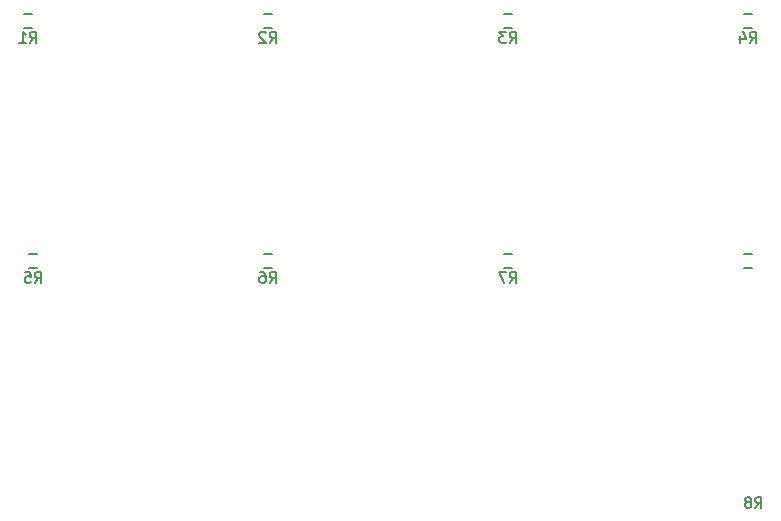
<source format=gbr>
G04 #@! TF.GenerationSoftware,KiCad,Pcbnew,(5.1.9)-1*
G04 #@! TF.CreationDate,2022-02-28T19:05:45+08:00*
G04 #@! TF.ProjectId,matrix_display16_32,6d617472-6978-45f6-9469-73706c617931,rev?*
G04 #@! TF.SameCoordinates,Original*
G04 #@! TF.FileFunction,Legend,Bot*
G04 #@! TF.FilePolarity,Positive*
%FSLAX46Y46*%
G04 Gerber Fmt 4.6, Leading zero omitted, Abs format (unit mm)*
G04 Created by KiCad (PCBNEW (5.1.9)-1) date 2022-02-28 19:05:45*
%MOMM*%
%LPD*%
G01*
G04 APERTURE LIST*
%ADD10C,0.150000*%
G04 APERTURE END LIST*
D10*
X173070000Y-116240000D02*
X172370000Y-116240000D01*
X172370000Y-117440000D02*
X173070000Y-117440000D01*
X152050000Y-117440000D02*
X152750000Y-117440000D01*
X152750000Y-116240000D02*
X152050000Y-116240000D01*
X131730000Y-117440000D02*
X132430000Y-117440000D01*
X132430000Y-116240000D02*
X131730000Y-116240000D01*
X111860000Y-117440000D02*
X112560000Y-117440000D01*
X112560000Y-116240000D02*
X111860000Y-116240000D01*
X172370000Y-97120000D02*
X173070000Y-97120000D01*
X173070000Y-95920000D02*
X172370000Y-95920000D01*
X152050000Y-97120000D02*
X152750000Y-97120000D01*
X152750000Y-95920000D02*
X152050000Y-95920000D01*
X131730000Y-97120000D02*
X132430000Y-97120000D01*
X132430000Y-95920000D02*
X131730000Y-95920000D01*
X111410000Y-97120000D02*
X112110000Y-97120000D01*
X112110000Y-95920000D02*
X111410000Y-95920000D01*
X173360000Y-137757142D02*
X173660000Y-137328571D01*
X173874285Y-137757142D02*
X173874285Y-136857142D01*
X173531428Y-136857142D01*
X173445714Y-136900000D01*
X173402857Y-136942857D01*
X173360000Y-137028571D01*
X173360000Y-137157142D01*
X173402857Y-137242857D01*
X173445714Y-137285714D01*
X173531428Y-137328571D01*
X173874285Y-137328571D01*
X172845714Y-137242857D02*
X172931428Y-137200000D01*
X172974285Y-137157142D01*
X173017142Y-137071428D01*
X173017142Y-137028571D01*
X172974285Y-136942857D01*
X172931428Y-136900000D01*
X172845714Y-136857142D01*
X172674285Y-136857142D01*
X172588571Y-136900000D01*
X172545714Y-136942857D01*
X172502857Y-137028571D01*
X172502857Y-137071428D01*
X172545714Y-137157142D01*
X172588571Y-137200000D01*
X172674285Y-137242857D01*
X172845714Y-137242857D01*
X172931428Y-137285714D01*
X172974285Y-137328571D01*
X173017142Y-137414285D01*
X173017142Y-137585714D01*
X172974285Y-137671428D01*
X172931428Y-137714285D01*
X172845714Y-137757142D01*
X172674285Y-137757142D01*
X172588571Y-137714285D01*
X172545714Y-137671428D01*
X172502857Y-137585714D01*
X172502857Y-137414285D01*
X172545714Y-137328571D01*
X172588571Y-137285714D01*
X172674285Y-137242857D01*
X152550000Y-118697142D02*
X152850000Y-118268571D01*
X153064285Y-118697142D02*
X153064285Y-117797142D01*
X152721428Y-117797142D01*
X152635714Y-117840000D01*
X152592857Y-117882857D01*
X152550000Y-117968571D01*
X152550000Y-118097142D01*
X152592857Y-118182857D01*
X152635714Y-118225714D01*
X152721428Y-118268571D01*
X153064285Y-118268571D01*
X152250000Y-117797142D02*
X151650000Y-117797142D01*
X152035714Y-118697142D01*
X132230000Y-118697142D02*
X132530000Y-118268571D01*
X132744285Y-118697142D02*
X132744285Y-117797142D01*
X132401428Y-117797142D01*
X132315714Y-117840000D01*
X132272857Y-117882857D01*
X132230000Y-117968571D01*
X132230000Y-118097142D01*
X132272857Y-118182857D01*
X132315714Y-118225714D01*
X132401428Y-118268571D01*
X132744285Y-118268571D01*
X131458571Y-117797142D02*
X131630000Y-117797142D01*
X131715714Y-117840000D01*
X131758571Y-117882857D01*
X131844285Y-118011428D01*
X131887142Y-118182857D01*
X131887142Y-118525714D01*
X131844285Y-118611428D01*
X131801428Y-118654285D01*
X131715714Y-118697142D01*
X131544285Y-118697142D01*
X131458571Y-118654285D01*
X131415714Y-118611428D01*
X131372857Y-118525714D01*
X131372857Y-118311428D01*
X131415714Y-118225714D01*
X131458571Y-118182857D01*
X131544285Y-118140000D01*
X131715714Y-118140000D01*
X131801428Y-118182857D01*
X131844285Y-118225714D01*
X131887142Y-118311428D01*
X112360000Y-118697142D02*
X112660000Y-118268571D01*
X112874285Y-118697142D02*
X112874285Y-117797142D01*
X112531428Y-117797142D01*
X112445714Y-117840000D01*
X112402857Y-117882857D01*
X112360000Y-117968571D01*
X112360000Y-118097142D01*
X112402857Y-118182857D01*
X112445714Y-118225714D01*
X112531428Y-118268571D01*
X112874285Y-118268571D01*
X111545714Y-117797142D02*
X111974285Y-117797142D01*
X112017142Y-118225714D01*
X111974285Y-118182857D01*
X111888571Y-118140000D01*
X111674285Y-118140000D01*
X111588571Y-118182857D01*
X111545714Y-118225714D01*
X111502857Y-118311428D01*
X111502857Y-118525714D01*
X111545714Y-118611428D01*
X111588571Y-118654285D01*
X111674285Y-118697142D01*
X111888571Y-118697142D01*
X111974285Y-118654285D01*
X112017142Y-118611428D01*
X172870000Y-98377142D02*
X173170000Y-97948571D01*
X173384285Y-98377142D02*
X173384285Y-97477142D01*
X173041428Y-97477142D01*
X172955714Y-97520000D01*
X172912857Y-97562857D01*
X172870000Y-97648571D01*
X172870000Y-97777142D01*
X172912857Y-97862857D01*
X172955714Y-97905714D01*
X173041428Y-97948571D01*
X173384285Y-97948571D01*
X172098571Y-97777142D02*
X172098571Y-98377142D01*
X172312857Y-97434285D02*
X172527142Y-98077142D01*
X171970000Y-98077142D01*
X152550000Y-98377142D02*
X152850000Y-97948571D01*
X153064285Y-98377142D02*
X153064285Y-97477142D01*
X152721428Y-97477142D01*
X152635714Y-97520000D01*
X152592857Y-97562857D01*
X152550000Y-97648571D01*
X152550000Y-97777142D01*
X152592857Y-97862857D01*
X152635714Y-97905714D01*
X152721428Y-97948571D01*
X153064285Y-97948571D01*
X152250000Y-97477142D02*
X151692857Y-97477142D01*
X151992857Y-97820000D01*
X151864285Y-97820000D01*
X151778571Y-97862857D01*
X151735714Y-97905714D01*
X151692857Y-97991428D01*
X151692857Y-98205714D01*
X151735714Y-98291428D01*
X151778571Y-98334285D01*
X151864285Y-98377142D01*
X152121428Y-98377142D01*
X152207142Y-98334285D01*
X152250000Y-98291428D01*
X132230000Y-98377142D02*
X132530000Y-97948571D01*
X132744285Y-98377142D02*
X132744285Y-97477142D01*
X132401428Y-97477142D01*
X132315714Y-97520000D01*
X132272857Y-97562857D01*
X132230000Y-97648571D01*
X132230000Y-97777142D01*
X132272857Y-97862857D01*
X132315714Y-97905714D01*
X132401428Y-97948571D01*
X132744285Y-97948571D01*
X131887142Y-97562857D02*
X131844285Y-97520000D01*
X131758571Y-97477142D01*
X131544285Y-97477142D01*
X131458571Y-97520000D01*
X131415714Y-97562857D01*
X131372857Y-97648571D01*
X131372857Y-97734285D01*
X131415714Y-97862857D01*
X131930000Y-98377142D01*
X131372857Y-98377142D01*
X111910000Y-98377142D02*
X112210000Y-97948571D01*
X112424285Y-98377142D02*
X112424285Y-97477142D01*
X112081428Y-97477142D01*
X111995714Y-97520000D01*
X111952857Y-97562857D01*
X111910000Y-97648571D01*
X111910000Y-97777142D01*
X111952857Y-97862857D01*
X111995714Y-97905714D01*
X112081428Y-97948571D01*
X112424285Y-97948571D01*
X111052857Y-98377142D02*
X111567142Y-98377142D01*
X111310000Y-98377142D02*
X111310000Y-97477142D01*
X111395714Y-97605714D01*
X111481428Y-97691428D01*
X111567142Y-97734285D01*
M02*

</source>
